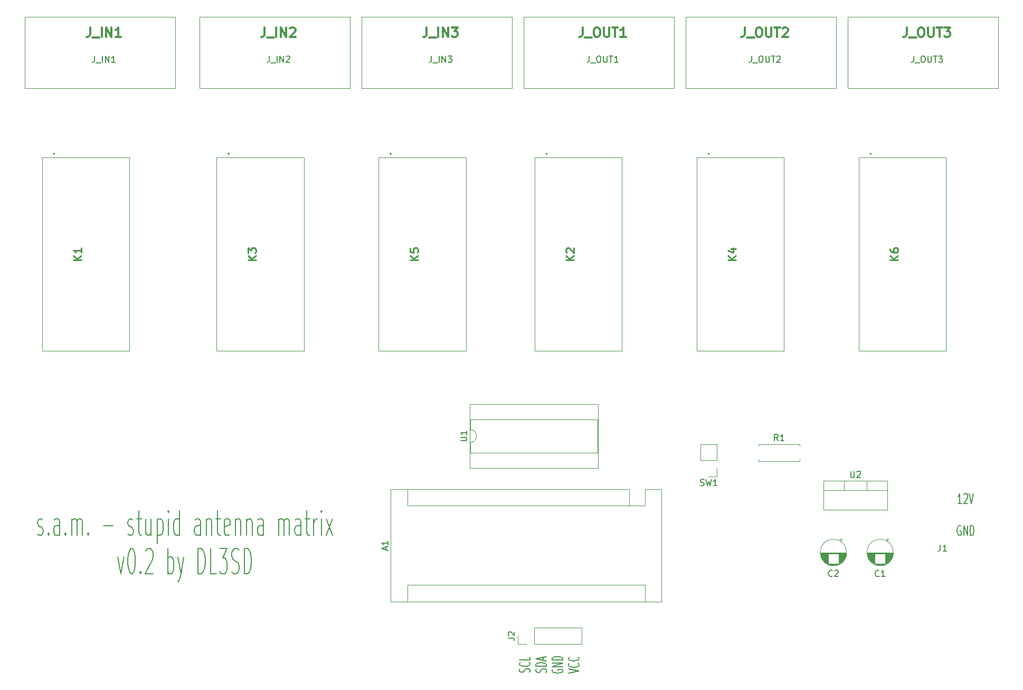
<source format=gbr>
G04 #@! TF.GenerationSoftware,KiCad,Pcbnew,5.1.9+dfsg1-1*
G04 #@! TF.CreationDate,2020-12-31T02:51:56+01:00*
G04 #@! TF.ProjectId,first_try,66697273-745f-4747-9279-2e6b69636164,rev?*
G04 #@! TF.SameCoordinates,Original*
G04 #@! TF.FileFunction,Legend,Top*
G04 #@! TF.FilePolarity,Positive*
%FSLAX46Y46*%
G04 Gerber Fmt 4.6, Leading zero omitted, Abs format (unit mm)*
G04 Created by KiCad (PCBNEW 5.1.9+dfsg1-1) date 2020-12-31 02:51:56*
%MOMM*%
%LPD*%
G01*
G04 APERTURE LIST*
%ADD10C,0.150000*%
%ADD11C,0.120000*%
%ADD12C,0.200000*%
%ADD13C,0.100000*%
%ADD14C,0.300000*%
%ADD15C,0.254000*%
G04 APERTURE END LIST*
D10*
X220580952Y-112673809D02*
X220009523Y-112673809D01*
X220295238Y-112673809D02*
X220295238Y-111073809D01*
X220200000Y-111302380D01*
X220104761Y-111454761D01*
X220009523Y-111530952D01*
X220961904Y-111226190D02*
X221009523Y-111150000D01*
X221104761Y-111073809D01*
X221342857Y-111073809D01*
X221438095Y-111150000D01*
X221485714Y-111226190D01*
X221533333Y-111378571D01*
X221533333Y-111530952D01*
X221485714Y-111759523D01*
X220914285Y-112673809D01*
X221533333Y-112673809D01*
X221819047Y-111073809D02*
X222152380Y-112673809D01*
X222485714Y-111073809D01*
X220438095Y-116250000D02*
X220342857Y-116173809D01*
X220200000Y-116173809D01*
X220057142Y-116250000D01*
X219961904Y-116402380D01*
X219914285Y-116554761D01*
X219866666Y-116859523D01*
X219866666Y-117088095D01*
X219914285Y-117392857D01*
X219961904Y-117545238D01*
X220057142Y-117697619D01*
X220200000Y-117773809D01*
X220295238Y-117773809D01*
X220438095Y-117697619D01*
X220485714Y-117621428D01*
X220485714Y-117088095D01*
X220295238Y-117088095D01*
X220914285Y-117773809D02*
X220914285Y-116173809D01*
X221485714Y-117773809D01*
X221485714Y-116173809D01*
X221961904Y-117773809D02*
X221961904Y-116173809D01*
X222200000Y-116173809D01*
X222342857Y-116250000D01*
X222438095Y-116402380D01*
X222485714Y-116554761D01*
X222533333Y-116859523D01*
X222533333Y-117088095D01*
X222485714Y-117392857D01*
X222438095Y-117545238D01*
X222342857Y-117697619D01*
X222200000Y-117773809D01*
X221961904Y-117773809D01*
X151230357Y-139690476D02*
X151308928Y-139547619D01*
X151308928Y-139309523D01*
X151230357Y-139214285D01*
X151151785Y-139166666D01*
X150994642Y-139119047D01*
X150837500Y-139119047D01*
X150680357Y-139166666D01*
X150601785Y-139214285D01*
X150523214Y-139309523D01*
X150444642Y-139500000D01*
X150366071Y-139595238D01*
X150287500Y-139642857D01*
X150130357Y-139690476D01*
X149973214Y-139690476D01*
X149816071Y-139642857D01*
X149737500Y-139595238D01*
X149658928Y-139500000D01*
X149658928Y-139261904D01*
X149737500Y-139119047D01*
X151151785Y-138119047D02*
X151230357Y-138166666D01*
X151308928Y-138309523D01*
X151308928Y-138404761D01*
X151230357Y-138547619D01*
X151073214Y-138642857D01*
X150916071Y-138690476D01*
X150601785Y-138738095D01*
X150366071Y-138738095D01*
X150051785Y-138690476D01*
X149894642Y-138642857D01*
X149737500Y-138547619D01*
X149658928Y-138404761D01*
X149658928Y-138309523D01*
X149737500Y-138166666D01*
X149816071Y-138119047D01*
X151308928Y-137214285D02*
X151308928Y-137690476D01*
X149658928Y-137690476D01*
X153855357Y-139714285D02*
X153933928Y-139571428D01*
X153933928Y-139333333D01*
X153855357Y-139238095D01*
X153776785Y-139190476D01*
X153619642Y-139142857D01*
X153462500Y-139142857D01*
X153305357Y-139190476D01*
X153226785Y-139238095D01*
X153148214Y-139333333D01*
X153069642Y-139523809D01*
X152991071Y-139619047D01*
X152912500Y-139666666D01*
X152755357Y-139714285D01*
X152598214Y-139714285D01*
X152441071Y-139666666D01*
X152362500Y-139619047D01*
X152283928Y-139523809D01*
X152283928Y-139285714D01*
X152362500Y-139142857D01*
X153933928Y-138714285D02*
X152283928Y-138714285D01*
X152283928Y-138476190D01*
X152362500Y-138333333D01*
X152519642Y-138238095D01*
X152676785Y-138190476D01*
X152991071Y-138142857D01*
X153226785Y-138142857D01*
X153541071Y-138190476D01*
X153698214Y-138238095D01*
X153855357Y-138333333D01*
X153933928Y-138476190D01*
X153933928Y-138714285D01*
X153462500Y-137761904D02*
X153462500Y-137285714D01*
X153933928Y-137857142D02*
X152283928Y-137523809D01*
X153933928Y-137190476D01*
X154987500Y-139261904D02*
X154908928Y-139357142D01*
X154908928Y-139500000D01*
X154987500Y-139642857D01*
X155144642Y-139738095D01*
X155301785Y-139785714D01*
X155616071Y-139833333D01*
X155851785Y-139833333D01*
X156166071Y-139785714D01*
X156323214Y-139738095D01*
X156480357Y-139642857D01*
X156558928Y-139500000D01*
X156558928Y-139404761D01*
X156480357Y-139261904D01*
X156401785Y-139214285D01*
X155851785Y-139214285D01*
X155851785Y-139404761D01*
X156558928Y-138785714D02*
X154908928Y-138785714D01*
X156558928Y-138214285D01*
X154908928Y-138214285D01*
X156558928Y-137738095D02*
X154908928Y-137738095D01*
X154908928Y-137500000D01*
X154987500Y-137357142D01*
X155144642Y-137261904D01*
X155301785Y-137214285D01*
X155616071Y-137166666D01*
X155851785Y-137166666D01*
X156166071Y-137214285D01*
X156323214Y-137261904D01*
X156480357Y-137357142D01*
X156558928Y-137500000D01*
X156558928Y-137738095D01*
X157533928Y-139833333D02*
X159183928Y-139500000D01*
X157533928Y-139166666D01*
X159026785Y-138261904D02*
X159105357Y-138309523D01*
X159183928Y-138452380D01*
X159183928Y-138547619D01*
X159105357Y-138690476D01*
X158948214Y-138785714D01*
X158791071Y-138833333D01*
X158476785Y-138880952D01*
X158241071Y-138880952D01*
X157926785Y-138833333D01*
X157769642Y-138785714D01*
X157612500Y-138690476D01*
X157533928Y-138547619D01*
X157533928Y-138452380D01*
X157612500Y-138309523D01*
X157691071Y-138261904D01*
X159026785Y-137261904D02*
X159105357Y-137309523D01*
X159183928Y-137452380D01*
X159183928Y-137547619D01*
X159105357Y-137690476D01*
X158948214Y-137785714D01*
X158791071Y-137833333D01*
X158476785Y-137880952D01*
X158241071Y-137880952D01*
X157926785Y-137833333D01*
X157769642Y-137785714D01*
X157612500Y-137690476D01*
X157533928Y-137547619D01*
X157533928Y-137452380D01*
X157612500Y-137309523D01*
X157691071Y-137261904D01*
X72380952Y-117544047D02*
X72571428Y-117734523D01*
X72952380Y-117734523D01*
X73142857Y-117544047D01*
X73238095Y-117163095D01*
X73238095Y-116972619D01*
X73142857Y-116591666D01*
X72952380Y-116401190D01*
X72666666Y-116401190D01*
X72476190Y-116210714D01*
X72380952Y-115829761D01*
X72380952Y-115639285D01*
X72476190Y-115258333D01*
X72666666Y-115067857D01*
X72952380Y-115067857D01*
X73142857Y-115258333D01*
X74095238Y-117353571D02*
X74190476Y-117544047D01*
X74095238Y-117734523D01*
X74000000Y-117544047D01*
X74095238Y-117353571D01*
X74095238Y-117734523D01*
X75904761Y-117734523D02*
X75904761Y-115639285D01*
X75809523Y-115258333D01*
X75619047Y-115067857D01*
X75238095Y-115067857D01*
X75047619Y-115258333D01*
X75904761Y-117544047D02*
X75714285Y-117734523D01*
X75238095Y-117734523D01*
X75047619Y-117544047D01*
X74952380Y-117163095D01*
X74952380Y-116782142D01*
X75047619Y-116401190D01*
X75238095Y-116210714D01*
X75714285Y-116210714D01*
X75904761Y-116020238D01*
X76857142Y-117353571D02*
X76952380Y-117544047D01*
X76857142Y-117734523D01*
X76761904Y-117544047D01*
X76857142Y-117353571D01*
X76857142Y-117734523D01*
X77809523Y-117734523D02*
X77809523Y-115067857D01*
X77809523Y-115448809D02*
X77904761Y-115258333D01*
X78095238Y-115067857D01*
X78380952Y-115067857D01*
X78571428Y-115258333D01*
X78666666Y-115639285D01*
X78666666Y-117734523D01*
X78666666Y-115639285D02*
X78761904Y-115258333D01*
X78952380Y-115067857D01*
X79238095Y-115067857D01*
X79428571Y-115258333D01*
X79523809Y-115639285D01*
X79523809Y-117734523D01*
X80476190Y-117353571D02*
X80571428Y-117544047D01*
X80476190Y-117734523D01*
X80380952Y-117544047D01*
X80476190Y-117353571D01*
X80476190Y-117734523D01*
X82952380Y-116210714D02*
X84476190Y-116210714D01*
X86857142Y-117544047D02*
X87047619Y-117734523D01*
X87428571Y-117734523D01*
X87619047Y-117544047D01*
X87714285Y-117163095D01*
X87714285Y-116972619D01*
X87619047Y-116591666D01*
X87428571Y-116401190D01*
X87142857Y-116401190D01*
X86952380Y-116210714D01*
X86857142Y-115829761D01*
X86857142Y-115639285D01*
X86952380Y-115258333D01*
X87142857Y-115067857D01*
X87428571Y-115067857D01*
X87619047Y-115258333D01*
X88285714Y-115067857D02*
X89047619Y-115067857D01*
X88571428Y-113734523D02*
X88571428Y-117163095D01*
X88666666Y-117544047D01*
X88857142Y-117734523D01*
X89047619Y-117734523D01*
X90571428Y-115067857D02*
X90571428Y-117734523D01*
X89714285Y-115067857D02*
X89714285Y-117163095D01*
X89809523Y-117544047D01*
X90000000Y-117734523D01*
X90285714Y-117734523D01*
X90476190Y-117544047D01*
X90571428Y-117353571D01*
X91523809Y-115067857D02*
X91523809Y-119067857D01*
X91523809Y-115258333D02*
X91714285Y-115067857D01*
X92095238Y-115067857D01*
X92285714Y-115258333D01*
X92380952Y-115448809D01*
X92476190Y-115829761D01*
X92476190Y-116972619D01*
X92380952Y-117353571D01*
X92285714Y-117544047D01*
X92095238Y-117734523D01*
X91714285Y-117734523D01*
X91523809Y-117544047D01*
X93333333Y-117734523D02*
X93333333Y-115067857D01*
X93333333Y-113734523D02*
X93238095Y-113925000D01*
X93333333Y-114115476D01*
X93428571Y-113925000D01*
X93333333Y-113734523D01*
X93333333Y-114115476D01*
X95142857Y-117734523D02*
X95142857Y-113734523D01*
X95142857Y-117544047D02*
X94952380Y-117734523D01*
X94571428Y-117734523D01*
X94380952Y-117544047D01*
X94285714Y-117353571D01*
X94190476Y-116972619D01*
X94190476Y-115829761D01*
X94285714Y-115448809D01*
X94380952Y-115258333D01*
X94571428Y-115067857D01*
X94952380Y-115067857D01*
X95142857Y-115258333D01*
X98476190Y-117734523D02*
X98476190Y-115639285D01*
X98380952Y-115258333D01*
X98190476Y-115067857D01*
X97809523Y-115067857D01*
X97619047Y-115258333D01*
X98476190Y-117544047D02*
X98285714Y-117734523D01*
X97809523Y-117734523D01*
X97619047Y-117544047D01*
X97523809Y-117163095D01*
X97523809Y-116782142D01*
X97619047Y-116401190D01*
X97809523Y-116210714D01*
X98285714Y-116210714D01*
X98476190Y-116020238D01*
X99428571Y-115067857D02*
X99428571Y-117734523D01*
X99428571Y-115448809D02*
X99523809Y-115258333D01*
X99714285Y-115067857D01*
X100000000Y-115067857D01*
X100190476Y-115258333D01*
X100285714Y-115639285D01*
X100285714Y-117734523D01*
X100952380Y-115067857D02*
X101714285Y-115067857D01*
X101238095Y-113734523D02*
X101238095Y-117163095D01*
X101333333Y-117544047D01*
X101523809Y-117734523D01*
X101714285Y-117734523D01*
X103142857Y-117544047D02*
X102952380Y-117734523D01*
X102571428Y-117734523D01*
X102380952Y-117544047D01*
X102285714Y-117163095D01*
X102285714Y-115639285D01*
X102380952Y-115258333D01*
X102571428Y-115067857D01*
X102952380Y-115067857D01*
X103142857Y-115258333D01*
X103238095Y-115639285D01*
X103238095Y-116020238D01*
X102285714Y-116401190D01*
X104095238Y-115067857D02*
X104095238Y-117734523D01*
X104095238Y-115448809D02*
X104190476Y-115258333D01*
X104380952Y-115067857D01*
X104666666Y-115067857D01*
X104857142Y-115258333D01*
X104952380Y-115639285D01*
X104952380Y-117734523D01*
X105904761Y-115067857D02*
X105904761Y-117734523D01*
X105904761Y-115448809D02*
X106000000Y-115258333D01*
X106190476Y-115067857D01*
X106476190Y-115067857D01*
X106666666Y-115258333D01*
X106761904Y-115639285D01*
X106761904Y-117734523D01*
X108571428Y-117734523D02*
X108571428Y-115639285D01*
X108476190Y-115258333D01*
X108285714Y-115067857D01*
X107904761Y-115067857D01*
X107714285Y-115258333D01*
X108571428Y-117544047D02*
X108380952Y-117734523D01*
X107904761Y-117734523D01*
X107714285Y-117544047D01*
X107619047Y-117163095D01*
X107619047Y-116782142D01*
X107714285Y-116401190D01*
X107904761Y-116210714D01*
X108380952Y-116210714D01*
X108571428Y-116020238D01*
X111047619Y-117734523D02*
X111047619Y-115067857D01*
X111047619Y-115448809D02*
X111142857Y-115258333D01*
X111333333Y-115067857D01*
X111619047Y-115067857D01*
X111809523Y-115258333D01*
X111904761Y-115639285D01*
X111904761Y-117734523D01*
X111904761Y-115639285D02*
X111999999Y-115258333D01*
X112190476Y-115067857D01*
X112476190Y-115067857D01*
X112666666Y-115258333D01*
X112761904Y-115639285D01*
X112761904Y-117734523D01*
X114571428Y-117734523D02*
X114571428Y-115639285D01*
X114476190Y-115258333D01*
X114285714Y-115067857D01*
X113904761Y-115067857D01*
X113714285Y-115258333D01*
X114571428Y-117544047D02*
X114380952Y-117734523D01*
X113904761Y-117734523D01*
X113714285Y-117544047D01*
X113619047Y-117163095D01*
X113619047Y-116782142D01*
X113714285Y-116401190D01*
X113904761Y-116210714D01*
X114380952Y-116210714D01*
X114571428Y-116020238D01*
X115238095Y-115067857D02*
X115999999Y-115067857D01*
X115523809Y-113734523D02*
X115523809Y-117163095D01*
X115619047Y-117544047D01*
X115809523Y-117734523D01*
X115999999Y-117734523D01*
X116666666Y-117734523D02*
X116666666Y-115067857D01*
X116666666Y-115829761D02*
X116761904Y-115448809D01*
X116857142Y-115258333D01*
X117047619Y-115067857D01*
X117238095Y-115067857D01*
X117904761Y-117734523D02*
X117904761Y-115067857D01*
X117904761Y-113734523D02*
X117809523Y-113925000D01*
X117904761Y-114115476D01*
X117999999Y-113925000D01*
X117904761Y-113734523D01*
X117904761Y-114115476D01*
X118666666Y-117734523D02*
X119714285Y-115067857D01*
X118666666Y-115067857D02*
X119714285Y-117734523D01*
X85238095Y-121217857D02*
X85714285Y-123884523D01*
X86190476Y-121217857D01*
X87333333Y-119884523D02*
X87523809Y-119884523D01*
X87714285Y-120075000D01*
X87809523Y-120265476D01*
X87904761Y-120646428D01*
X88000000Y-121408333D01*
X88000000Y-122360714D01*
X87904761Y-123122619D01*
X87809523Y-123503571D01*
X87714285Y-123694047D01*
X87523809Y-123884523D01*
X87333333Y-123884523D01*
X87142857Y-123694047D01*
X87047619Y-123503571D01*
X86952380Y-123122619D01*
X86857142Y-122360714D01*
X86857142Y-121408333D01*
X86952380Y-120646428D01*
X87047619Y-120265476D01*
X87142857Y-120075000D01*
X87333333Y-119884523D01*
X88857142Y-123503571D02*
X88952380Y-123694047D01*
X88857142Y-123884523D01*
X88761904Y-123694047D01*
X88857142Y-123503571D01*
X88857142Y-123884523D01*
X89714285Y-120265476D02*
X89809523Y-120075000D01*
X90000000Y-119884523D01*
X90476190Y-119884523D01*
X90666666Y-120075000D01*
X90761904Y-120265476D01*
X90857142Y-120646428D01*
X90857142Y-121027380D01*
X90761904Y-121598809D01*
X89619047Y-123884523D01*
X90857142Y-123884523D01*
X93238095Y-123884523D02*
X93238095Y-119884523D01*
X93238095Y-121408333D02*
X93428571Y-121217857D01*
X93809523Y-121217857D01*
X94000000Y-121408333D01*
X94095238Y-121598809D01*
X94190476Y-121979761D01*
X94190476Y-123122619D01*
X94095238Y-123503571D01*
X94000000Y-123694047D01*
X93809523Y-123884523D01*
X93428571Y-123884523D01*
X93238095Y-123694047D01*
X94857142Y-121217857D02*
X95333333Y-123884523D01*
X95809523Y-121217857D02*
X95333333Y-123884523D01*
X95142857Y-124836904D01*
X95047619Y-125027380D01*
X94857142Y-125217857D01*
X98095238Y-123884523D02*
X98095238Y-119884523D01*
X98571428Y-119884523D01*
X98857142Y-120075000D01*
X99047619Y-120455952D01*
X99142857Y-120836904D01*
X99238095Y-121598809D01*
X99238095Y-122170238D01*
X99142857Y-122932142D01*
X99047619Y-123313095D01*
X98857142Y-123694047D01*
X98571428Y-123884523D01*
X98095238Y-123884523D01*
X101047619Y-123884523D02*
X100095238Y-123884523D01*
X100095238Y-119884523D01*
X101523809Y-119884523D02*
X102761904Y-119884523D01*
X102095238Y-121408333D01*
X102380952Y-121408333D01*
X102571428Y-121598809D01*
X102666666Y-121789285D01*
X102761904Y-122170238D01*
X102761904Y-123122619D01*
X102666666Y-123503571D01*
X102571428Y-123694047D01*
X102380952Y-123884523D01*
X101809523Y-123884523D01*
X101619047Y-123694047D01*
X101523809Y-123503571D01*
X103523809Y-123694047D02*
X103809523Y-123884523D01*
X104285714Y-123884523D01*
X104476190Y-123694047D01*
X104571428Y-123503571D01*
X104666666Y-123122619D01*
X104666666Y-122741666D01*
X104571428Y-122360714D01*
X104476190Y-122170238D01*
X104285714Y-121979761D01*
X103904761Y-121789285D01*
X103714285Y-121598809D01*
X103619047Y-121408333D01*
X103523809Y-121027380D01*
X103523809Y-120646428D01*
X103619047Y-120265476D01*
X103714285Y-120075000D01*
X103904761Y-119884523D01*
X104380952Y-119884523D01*
X104666666Y-120075000D01*
X105523809Y-123884523D02*
X105523809Y-119884523D01*
X106000000Y-119884523D01*
X106285714Y-120075000D01*
X106476190Y-120455952D01*
X106571428Y-120836904D01*
X106666666Y-121598809D01*
X106666666Y-122170238D01*
X106571428Y-122932142D01*
X106476190Y-123313095D01*
X106285714Y-123694047D01*
X106000000Y-123884523D01*
X105523809Y-123884523D01*
D11*
G04 #@! TO.C,J_IN3*
X148430000Y-46080000D02*
X148430000Y-34650000D01*
X148430000Y-34650000D02*
X124300000Y-34650000D01*
X124300000Y-34650000D02*
X124300000Y-46080000D01*
X124300000Y-46080000D02*
X148430000Y-46080000D01*
G04 #@! TO.C,J_OUT1*
X174430000Y-46080000D02*
X174430000Y-34650000D01*
X174430000Y-34650000D02*
X150300000Y-34650000D01*
X150300000Y-34650000D02*
X150300000Y-46080000D01*
X150300000Y-46080000D02*
X174430000Y-46080000D01*
G04 #@! TO.C,J_IN2*
X122430000Y-46080000D02*
X122430000Y-34650000D01*
X122430000Y-34650000D02*
X98300000Y-34650000D01*
X98300000Y-34650000D02*
X98300000Y-46080000D01*
X98300000Y-46080000D02*
X122430000Y-46080000D01*
G04 #@! TO.C,U1*
X141766000Y-100852000D02*
G75*
G02*
X141766000Y-102852000I0J-1000000D01*
G01*
X141766000Y-102852000D02*
X141766000Y-104502000D01*
X141766000Y-104502000D02*
X162206000Y-104502000D01*
X162206000Y-104502000D02*
X162206000Y-99202000D01*
X162206000Y-99202000D02*
X141766000Y-99202000D01*
X141766000Y-99202000D02*
X141766000Y-100852000D01*
X141706000Y-106992000D02*
X162266000Y-106992000D01*
X162266000Y-106992000D02*
X162266000Y-96712000D01*
X162266000Y-96712000D02*
X141706000Y-96712000D01*
X141706000Y-96712000D02*
X141706000Y-106992000D01*
G04 #@! TO.C,J_OUT3*
X226430000Y-46080000D02*
X226430000Y-34650000D01*
X226430000Y-34650000D02*
X202300000Y-34650000D01*
X202300000Y-34650000D02*
X202300000Y-46080000D01*
X202300000Y-46080000D02*
X226430000Y-46080000D01*
G04 #@! TO.C,J_IN1*
X94430000Y-46080000D02*
X94430000Y-34650000D01*
X94430000Y-34650000D02*
X70300000Y-34650000D01*
X70300000Y-34650000D02*
X70300000Y-46080000D01*
X70300000Y-46080000D02*
X94430000Y-46080000D01*
G04 #@! TO.C,A1*
X167226000Y-113028000D02*
X169766000Y-113028000D01*
X169766000Y-113028000D02*
X169766000Y-110358000D01*
X167226000Y-110358000D02*
X128996000Y-110358000D01*
X172436000Y-110358000D02*
X169766000Y-110358000D01*
X169766000Y-125728000D02*
X169766000Y-128398000D01*
X169766000Y-125728000D02*
X131666000Y-125728000D01*
X131666000Y-125728000D02*
X131666000Y-128398000D01*
X167226000Y-113028000D02*
X167226000Y-110358000D01*
X167226000Y-113028000D02*
X131666000Y-113028000D01*
X131666000Y-113028000D02*
X131666000Y-110358000D01*
X128996000Y-110358000D02*
X128996000Y-128398000D01*
X128996000Y-128398000D02*
X172436000Y-128398000D01*
X172436000Y-128398000D02*
X172436000Y-110358000D01*
G04 #@! TO.C,J2*
X159666000Y-135218000D02*
X159666000Y-132558000D01*
X151986000Y-135218000D02*
X159666000Y-135218000D01*
X151986000Y-132558000D02*
X159666000Y-132558000D01*
X151986000Y-135218000D02*
X151986000Y-132558000D01*
X150716000Y-135218000D02*
X149386000Y-135218000D01*
X149386000Y-135218000D02*
X149386000Y-133888000D01*
G04 #@! TO.C,J_OUT2*
X200430000Y-46080000D02*
X200430000Y-34650000D01*
X200430000Y-34650000D02*
X176300000Y-34650000D01*
X176300000Y-34650000D02*
X176300000Y-46080000D01*
X176300000Y-46080000D02*
X200430000Y-46080000D01*
G04 #@! TO.C,C1*
X209620000Y-120500000D02*
G75*
G03*
X209620000Y-120500000I-2120000J0D01*
G01*
X209580000Y-120500000D02*
X205420000Y-120500000D01*
X209580000Y-120540000D02*
X205420000Y-120540000D01*
X209579000Y-120580000D02*
X205421000Y-120580000D01*
X209577000Y-120620000D02*
X205423000Y-120620000D01*
X209574000Y-120660000D02*
X205426000Y-120660000D01*
X209571000Y-120700000D02*
X208340000Y-120700000D01*
X206660000Y-120700000D02*
X205429000Y-120700000D01*
X209567000Y-120740000D02*
X208340000Y-120740000D01*
X206660000Y-120740000D02*
X205433000Y-120740000D01*
X209562000Y-120780000D02*
X208340000Y-120780000D01*
X206660000Y-120780000D02*
X205438000Y-120780000D01*
X209556000Y-120820000D02*
X208340000Y-120820000D01*
X206660000Y-120820000D02*
X205444000Y-120820000D01*
X209550000Y-120860000D02*
X208340000Y-120860000D01*
X206660000Y-120860000D02*
X205450000Y-120860000D01*
X209542000Y-120900000D02*
X208340000Y-120900000D01*
X206660000Y-120900000D02*
X205458000Y-120900000D01*
X209534000Y-120940000D02*
X208340000Y-120940000D01*
X206660000Y-120940000D02*
X205466000Y-120940000D01*
X209525000Y-120980000D02*
X208340000Y-120980000D01*
X206660000Y-120980000D02*
X205475000Y-120980000D01*
X209516000Y-121020000D02*
X208340000Y-121020000D01*
X206660000Y-121020000D02*
X205484000Y-121020000D01*
X209505000Y-121060000D02*
X208340000Y-121060000D01*
X206660000Y-121060000D02*
X205495000Y-121060000D01*
X209494000Y-121100000D02*
X208340000Y-121100000D01*
X206660000Y-121100000D02*
X205506000Y-121100000D01*
X209482000Y-121140000D02*
X208340000Y-121140000D01*
X206660000Y-121140000D02*
X205518000Y-121140000D01*
X209468000Y-121180000D02*
X208340000Y-121180000D01*
X206660000Y-121180000D02*
X205532000Y-121180000D01*
X209454000Y-121221000D02*
X208340000Y-121221000D01*
X206660000Y-121221000D02*
X205546000Y-121221000D01*
X209440000Y-121261000D02*
X208340000Y-121261000D01*
X206660000Y-121261000D02*
X205560000Y-121261000D01*
X209424000Y-121301000D02*
X208340000Y-121301000D01*
X206660000Y-121301000D02*
X205576000Y-121301000D01*
X209407000Y-121341000D02*
X208340000Y-121341000D01*
X206660000Y-121341000D02*
X205593000Y-121341000D01*
X209389000Y-121381000D02*
X208340000Y-121381000D01*
X206660000Y-121381000D02*
X205611000Y-121381000D01*
X209370000Y-121421000D02*
X208340000Y-121421000D01*
X206660000Y-121421000D02*
X205630000Y-121421000D01*
X209351000Y-121461000D02*
X208340000Y-121461000D01*
X206660000Y-121461000D02*
X205649000Y-121461000D01*
X209330000Y-121501000D02*
X208340000Y-121501000D01*
X206660000Y-121501000D02*
X205670000Y-121501000D01*
X209308000Y-121541000D02*
X208340000Y-121541000D01*
X206660000Y-121541000D02*
X205692000Y-121541000D01*
X209285000Y-121581000D02*
X208340000Y-121581000D01*
X206660000Y-121581000D02*
X205715000Y-121581000D01*
X209260000Y-121621000D02*
X208340000Y-121621000D01*
X206660000Y-121621000D02*
X205740000Y-121621000D01*
X209235000Y-121661000D02*
X208340000Y-121661000D01*
X206660000Y-121661000D02*
X205765000Y-121661000D01*
X209208000Y-121701000D02*
X208340000Y-121701000D01*
X206660000Y-121701000D02*
X205792000Y-121701000D01*
X209180000Y-121741000D02*
X208340000Y-121741000D01*
X206660000Y-121741000D02*
X205820000Y-121741000D01*
X209150000Y-121781000D02*
X208340000Y-121781000D01*
X206660000Y-121781000D02*
X205850000Y-121781000D01*
X209119000Y-121821000D02*
X208340000Y-121821000D01*
X206660000Y-121821000D02*
X205881000Y-121821000D01*
X209087000Y-121861000D02*
X208340000Y-121861000D01*
X206660000Y-121861000D02*
X205913000Y-121861000D01*
X209052000Y-121901000D02*
X208340000Y-121901000D01*
X206660000Y-121901000D02*
X205948000Y-121901000D01*
X209016000Y-121941000D02*
X208340000Y-121941000D01*
X206660000Y-121941000D02*
X205984000Y-121941000D01*
X208978000Y-121981000D02*
X208340000Y-121981000D01*
X206660000Y-121981000D02*
X206022000Y-121981000D01*
X208938000Y-122021000D02*
X208340000Y-122021000D01*
X206660000Y-122021000D02*
X206062000Y-122021000D01*
X208896000Y-122061000D02*
X208340000Y-122061000D01*
X206660000Y-122061000D02*
X206104000Y-122061000D01*
X208851000Y-122101000D02*
X208340000Y-122101000D01*
X206660000Y-122101000D02*
X206149000Y-122101000D01*
X208804000Y-122141000D02*
X208340000Y-122141000D01*
X206660000Y-122141000D02*
X206196000Y-122141000D01*
X208754000Y-122181000D02*
X208340000Y-122181000D01*
X206660000Y-122181000D02*
X206246000Y-122181000D01*
X208700000Y-122221000D02*
X208340000Y-122221000D01*
X206660000Y-122221000D02*
X206300000Y-122221000D01*
X208642000Y-122261000D02*
X208340000Y-122261000D01*
X206660000Y-122261000D02*
X206358000Y-122261000D01*
X208580000Y-122301000D02*
X208340000Y-122301000D01*
X206660000Y-122301000D02*
X206420000Y-122301000D01*
X208513000Y-122341000D02*
X206487000Y-122341000D01*
X208440000Y-122381000D02*
X206560000Y-122381000D01*
X208359000Y-122421000D02*
X206641000Y-122421000D01*
X208268000Y-122461000D02*
X206732000Y-122461000D01*
X208164000Y-122501000D02*
X206836000Y-122501000D01*
X208037000Y-122541000D02*
X206963000Y-122541000D01*
X207870000Y-122581000D02*
X207130000Y-122581000D01*
X208695000Y-118230199D02*
X208695000Y-118630199D01*
X208895000Y-118430199D02*
X208495000Y-118430199D01*
G04 #@! TO.C,C2*
X202120000Y-120500000D02*
G75*
G03*
X202120000Y-120500000I-2120000J0D01*
G01*
X202080000Y-120500000D02*
X197920000Y-120500000D01*
X202080000Y-120540000D02*
X197920000Y-120540000D01*
X202079000Y-120580000D02*
X197921000Y-120580000D01*
X202077000Y-120620000D02*
X197923000Y-120620000D01*
X202074000Y-120660000D02*
X197926000Y-120660000D01*
X202071000Y-120700000D02*
X200840000Y-120700000D01*
X199160000Y-120700000D02*
X197929000Y-120700000D01*
X202067000Y-120740000D02*
X200840000Y-120740000D01*
X199160000Y-120740000D02*
X197933000Y-120740000D01*
X202062000Y-120780000D02*
X200840000Y-120780000D01*
X199160000Y-120780000D02*
X197938000Y-120780000D01*
X202056000Y-120820000D02*
X200840000Y-120820000D01*
X199160000Y-120820000D02*
X197944000Y-120820000D01*
X202050000Y-120860000D02*
X200840000Y-120860000D01*
X199160000Y-120860000D02*
X197950000Y-120860000D01*
X202042000Y-120900000D02*
X200840000Y-120900000D01*
X199160000Y-120900000D02*
X197958000Y-120900000D01*
X202034000Y-120940000D02*
X200840000Y-120940000D01*
X199160000Y-120940000D02*
X197966000Y-120940000D01*
X202025000Y-120980000D02*
X200840000Y-120980000D01*
X199160000Y-120980000D02*
X197975000Y-120980000D01*
X202016000Y-121020000D02*
X200840000Y-121020000D01*
X199160000Y-121020000D02*
X197984000Y-121020000D01*
X202005000Y-121060000D02*
X200840000Y-121060000D01*
X199160000Y-121060000D02*
X197995000Y-121060000D01*
X201994000Y-121100000D02*
X200840000Y-121100000D01*
X199160000Y-121100000D02*
X198006000Y-121100000D01*
X201982000Y-121140000D02*
X200840000Y-121140000D01*
X199160000Y-121140000D02*
X198018000Y-121140000D01*
X201968000Y-121180000D02*
X200840000Y-121180000D01*
X199160000Y-121180000D02*
X198032000Y-121180000D01*
X201954000Y-121221000D02*
X200840000Y-121221000D01*
X199160000Y-121221000D02*
X198046000Y-121221000D01*
X201940000Y-121261000D02*
X200840000Y-121261000D01*
X199160000Y-121261000D02*
X198060000Y-121261000D01*
X201924000Y-121301000D02*
X200840000Y-121301000D01*
X199160000Y-121301000D02*
X198076000Y-121301000D01*
X201907000Y-121341000D02*
X200840000Y-121341000D01*
X199160000Y-121341000D02*
X198093000Y-121341000D01*
X201889000Y-121381000D02*
X200840000Y-121381000D01*
X199160000Y-121381000D02*
X198111000Y-121381000D01*
X201870000Y-121421000D02*
X200840000Y-121421000D01*
X199160000Y-121421000D02*
X198130000Y-121421000D01*
X201851000Y-121461000D02*
X200840000Y-121461000D01*
X199160000Y-121461000D02*
X198149000Y-121461000D01*
X201830000Y-121501000D02*
X200840000Y-121501000D01*
X199160000Y-121501000D02*
X198170000Y-121501000D01*
X201808000Y-121541000D02*
X200840000Y-121541000D01*
X199160000Y-121541000D02*
X198192000Y-121541000D01*
X201785000Y-121581000D02*
X200840000Y-121581000D01*
X199160000Y-121581000D02*
X198215000Y-121581000D01*
X201760000Y-121621000D02*
X200840000Y-121621000D01*
X199160000Y-121621000D02*
X198240000Y-121621000D01*
X201735000Y-121661000D02*
X200840000Y-121661000D01*
X199160000Y-121661000D02*
X198265000Y-121661000D01*
X201708000Y-121701000D02*
X200840000Y-121701000D01*
X199160000Y-121701000D02*
X198292000Y-121701000D01*
X201680000Y-121741000D02*
X200840000Y-121741000D01*
X199160000Y-121741000D02*
X198320000Y-121741000D01*
X201650000Y-121781000D02*
X200840000Y-121781000D01*
X199160000Y-121781000D02*
X198350000Y-121781000D01*
X201619000Y-121821000D02*
X200840000Y-121821000D01*
X199160000Y-121821000D02*
X198381000Y-121821000D01*
X201587000Y-121861000D02*
X200840000Y-121861000D01*
X199160000Y-121861000D02*
X198413000Y-121861000D01*
X201552000Y-121901000D02*
X200840000Y-121901000D01*
X199160000Y-121901000D02*
X198448000Y-121901000D01*
X201516000Y-121941000D02*
X200840000Y-121941000D01*
X199160000Y-121941000D02*
X198484000Y-121941000D01*
X201478000Y-121981000D02*
X200840000Y-121981000D01*
X199160000Y-121981000D02*
X198522000Y-121981000D01*
X201438000Y-122021000D02*
X200840000Y-122021000D01*
X199160000Y-122021000D02*
X198562000Y-122021000D01*
X201396000Y-122061000D02*
X200840000Y-122061000D01*
X199160000Y-122061000D02*
X198604000Y-122061000D01*
X201351000Y-122101000D02*
X200840000Y-122101000D01*
X199160000Y-122101000D02*
X198649000Y-122101000D01*
X201304000Y-122141000D02*
X200840000Y-122141000D01*
X199160000Y-122141000D02*
X198696000Y-122141000D01*
X201254000Y-122181000D02*
X200840000Y-122181000D01*
X199160000Y-122181000D02*
X198746000Y-122181000D01*
X201200000Y-122221000D02*
X200840000Y-122221000D01*
X199160000Y-122221000D02*
X198800000Y-122221000D01*
X201142000Y-122261000D02*
X200840000Y-122261000D01*
X199160000Y-122261000D02*
X198858000Y-122261000D01*
X201080000Y-122301000D02*
X200840000Y-122301000D01*
X199160000Y-122301000D02*
X198920000Y-122301000D01*
X201013000Y-122341000D02*
X198987000Y-122341000D01*
X200940000Y-122381000D02*
X199060000Y-122381000D01*
X200859000Y-122421000D02*
X199141000Y-122421000D01*
X200768000Y-122461000D02*
X199232000Y-122461000D01*
X200664000Y-122501000D02*
X199336000Y-122501000D01*
X200537000Y-122541000D02*
X199463000Y-122541000D01*
X200370000Y-122581000D02*
X199630000Y-122581000D01*
X201195000Y-118230199D02*
X201195000Y-118630199D01*
X201395000Y-118430199D02*
X200995000Y-118430199D01*
G04 #@! TO.C,U2*
X198420000Y-109030000D02*
X208660000Y-109030000D01*
X198420000Y-113671000D02*
X208660000Y-113671000D01*
X198420000Y-109030000D02*
X198420000Y-113671000D01*
X208660000Y-109030000D02*
X208660000Y-113671000D01*
X198420000Y-110540000D02*
X208660000Y-110540000D01*
X201690000Y-109030000D02*
X201690000Y-110540000D01*
X205391000Y-109030000D02*
X205391000Y-110540000D01*
G04 #@! TO.C,R1*
X188040000Y-103460000D02*
X188040000Y-103130000D01*
X188040000Y-103130000D02*
X194580000Y-103130000D01*
X194580000Y-103130000D02*
X194580000Y-103460000D01*
X188040000Y-105540000D02*
X188040000Y-105870000D01*
X188040000Y-105870000D02*
X194580000Y-105870000D01*
X194580000Y-105870000D02*
X194580000Y-105540000D01*
G04 #@! TO.C,SW1*
X181330000Y-103130000D02*
X178670000Y-103130000D01*
X181330000Y-105730000D02*
X181330000Y-103130000D01*
X178670000Y-105730000D02*
X178670000Y-103130000D01*
X181330000Y-105730000D02*
X178670000Y-105730000D01*
X181330000Y-107000000D02*
X181330000Y-108330000D01*
X181330000Y-108330000D02*
X180000000Y-108330000D01*
D12*
G04 #@! TO.C,K1*
X75000000Y-56700000D02*
G75*
G02*
X75000000Y-56500000I0J100000D01*
G01*
X75000000Y-56500000D02*
G75*
G02*
X75000000Y-56700000I0J-100000D01*
G01*
D13*
X73080000Y-57200000D02*
X73080000Y-88200000D01*
X73080000Y-88200000D02*
X87080000Y-88200000D01*
X87080000Y-88200000D02*
X87080000Y-57200000D01*
X87080000Y-57200000D02*
X73080000Y-57200000D01*
D12*
X75000000Y-56700000D02*
X75000000Y-56700000D01*
X75000000Y-56500000D02*
X75000000Y-56500000D01*
G04 #@! TO.C,K2*
X154000000Y-56700000D02*
G75*
G02*
X154000000Y-56500000I0J100000D01*
G01*
X154000000Y-56500000D02*
G75*
G02*
X154000000Y-56700000I0J-100000D01*
G01*
D13*
X152080000Y-57200000D02*
X152080000Y-88200000D01*
X152080000Y-88200000D02*
X166080000Y-88200000D01*
X166080000Y-88200000D02*
X166080000Y-57200000D01*
X166080000Y-57200000D02*
X152080000Y-57200000D01*
D12*
X154000000Y-56700000D02*
X154000000Y-56700000D01*
X154000000Y-56500000D02*
X154000000Y-56500000D01*
G04 #@! TO.C,K3*
X103000000Y-56700000D02*
G75*
G02*
X103000000Y-56500000I0J100000D01*
G01*
X103000000Y-56500000D02*
G75*
G02*
X103000000Y-56700000I0J-100000D01*
G01*
D13*
X101080000Y-57200000D02*
X101080000Y-88200000D01*
X101080000Y-88200000D02*
X115080000Y-88200000D01*
X115080000Y-88200000D02*
X115080000Y-57200000D01*
X115080000Y-57200000D02*
X101080000Y-57200000D01*
D12*
X103000000Y-56700000D02*
X103000000Y-56700000D01*
X103000000Y-56500000D02*
X103000000Y-56500000D01*
G04 #@! TO.C,K4*
X180000000Y-56700000D02*
G75*
G02*
X180000000Y-56500000I0J100000D01*
G01*
X180000000Y-56500000D02*
G75*
G02*
X180000000Y-56700000I0J-100000D01*
G01*
D13*
X178080000Y-57200000D02*
X178080000Y-88200000D01*
X178080000Y-88200000D02*
X192080000Y-88200000D01*
X192080000Y-88200000D02*
X192080000Y-57200000D01*
X192080000Y-57200000D02*
X178080000Y-57200000D01*
D12*
X180000000Y-56700000D02*
X180000000Y-56700000D01*
X180000000Y-56500000D02*
X180000000Y-56500000D01*
G04 #@! TO.C,K5*
X129000000Y-56700000D02*
G75*
G02*
X129000000Y-56500000I0J100000D01*
G01*
X129000000Y-56500000D02*
G75*
G02*
X129000000Y-56700000I0J-100000D01*
G01*
D13*
X127080000Y-57200000D02*
X127080000Y-88200000D01*
X127080000Y-88200000D02*
X141080000Y-88200000D01*
X141080000Y-88200000D02*
X141080000Y-57200000D01*
X141080000Y-57200000D02*
X127080000Y-57200000D01*
D12*
X129000000Y-56700000D02*
X129000000Y-56700000D01*
X129000000Y-56500000D02*
X129000000Y-56500000D01*
G04 #@! TO.C,K6*
X206000000Y-56700000D02*
G75*
G02*
X206000000Y-56500000I0J100000D01*
G01*
X206000000Y-56500000D02*
G75*
G02*
X206000000Y-56700000I0J-100000D01*
G01*
D13*
X204080000Y-57200000D02*
X204080000Y-88200000D01*
X204080000Y-88200000D02*
X218080000Y-88200000D01*
X218080000Y-88200000D02*
X218080000Y-57200000D01*
X218080000Y-57200000D02*
X204080000Y-57200000D01*
D12*
X206000000Y-56700000D02*
X206000000Y-56700000D01*
X206000000Y-56500000D02*
X206000000Y-56500000D01*
G04 #@! TO.C,J_IN3*
D10*
X135523809Y-40952380D02*
X135523809Y-41666666D01*
X135476190Y-41809523D01*
X135380952Y-41904761D01*
X135238095Y-41952380D01*
X135142857Y-41952380D01*
X135761904Y-42047619D02*
X136523809Y-42047619D01*
X136761904Y-41952380D02*
X136761904Y-40952380D01*
X137238095Y-41952380D02*
X137238095Y-40952380D01*
X137809523Y-41952380D01*
X137809523Y-40952380D01*
X138190476Y-40952380D02*
X138809523Y-40952380D01*
X138476190Y-41333333D01*
X138619047Y-41333333D01*
X138714285Y-41380952D01*
X138761904Y-41428571D01*
X138809523Y-41523809D01*
X138809523Y-41761904D01*
X138761904Y-41857142D01*
X138714285Y-41904761D01*
X138619047Y-41952380D01*
X138333333Y-41952380D01*
X138238095Y-41904761D01*
X138190476Y-41857142D01*
D14*
X134785714Y-36368571D02*
X134785714Y-37440000D01*
X134714285Y-37654285D01*
X134571428Y-37797142D01*
X134357142Y-37868571D01*
X134214285Y-37868571D01*
X135142857Y-38011428D02*
X136285714Y-38011428D01*
X136642857Y-37868571D02*
X136642857Y-36368571D01*
X137357142Y-37868571D02*
X137357142Y-36368571D01*
X138214285Y-37868571D01*
X138214285Y-36368571D01*
X138785714Y-36368571D02*
X139714285Y-36368571D01*
X139214285Y-36940000D01*
X139428571Y-36940000D01*
X139571428Y-37011428D01*
X139642857Y-37082857D01*
X139714285Y-37225714D01*
X139714285Y-37582857D01*
X139642857Y-37725714D01*
X139571428Y-37797142D01*
X139428571Y-37868571D01*
X139000000Y-37868571D01*
X138857142Y-37797142D01*
X138785714Y-37725714D01*
G04 #@! TO.C,J_OUT1*
D10*
X160857142Y-40952380D02*
X160857142Y-41666666D01*
X160809523Y-41809523D01*
X160714285Y-41904761D01*
X160571428Y-41952380D01*
X160476190Y-41952380D01*
X161095238Y-42047619D02*
X161857142Y-42047619D01*
X162285714Y-40952380D02*
X162476190Y-40952380D01*
X162571428Y-41000000D01*
X162666666Y-41095238D01*
X162714285Y-41285714D01*
X162714285Y-41619047D01*
X162666666Y-41809523D01*
X162571428Y-41904761D01*
X162476190Y-41952380D01*
X162285714Y-41952380D01*
X162190476Y-41904761D01*
X162095238Y-41809523D01*
X162047619Y-41619047D01*
X162047619Y-41285714D01*
X162095238Y-41095238D01*
X162190476Y-41000000D01*
X162285714Y-40952380D01*
X163142857Y-40952380D02*
X163142857Y-41761904D01*
X163190476Y-41857142D01*
X163238095Y-41904761D01*
X163333333Y-41952380D01*
X163523809Y-41952380D01*
X163619047Y-41904761D01*
X163666666Y-41857142D01*
X163714285Y-41761904D01*
X163714285Y-40952380D01*
X164047619Y-40952380D02*
X164619047Y-40952380D01*
X164333333Y-41952380D02*
X164333333Y-40952380D01*
X165476190Y-41952380D02*
X164904761Y-41952380D01*
X165190476Y-41952380D02*
X165190476Y-40952380D01*
X165095238Y-41095238D01*
X165000000Y-41190476D01*
X164904761Y-41238095D01*
D14*
X159785714Y-36368571D02*
X159785714Y-37440000D01*
X159714285Y-37654285D01*
X159571428Y-37797142D01*
X159357142Y-37868571D01*
X159214285Y-37868571D01*
X160142857Y-38011428D02*
X161285714Y-38011428D01*
X161928571Y-36368571D02*
X162214285Y-36368571D01*
X162357142Y-36440000D01*
X162500000Y-36582857D01*
X162571428Y-36868571D01*
X162571428Y-37368571D01*
X162500000Y-37654285D01*
X162357142Y-37797142D01*
X162214285Y-37868571D01*
X161928571Y-37868571D01*
X161785714Y-37797142D01*
X161642857Y-37654285D01*
X161571428Y-37368571D01*
X161571428Y-36868571D01*
X161642857Y-36582857D01*
X161785714Y-36440000D01*
X161928571Y-36368571D01*
X163214285Y-36368571D02*
X163214285Y-37582857D01*
X163285714Y-37725714D01*
X163357142Y-37797142D01*
X163500000Y-37868571D01*
X163785714Y-37868571D01*
X163928571Y-37797142D01*
X164000000Y-37725714D01*
X164071428Y-37582857D01*
X164071428Y-36368571D01*
X164571428Y-36368571D02*
X165428571Y-36368571D01*
X165000000Y-37868571D02*
X165000000Y-36368571D01*
X166714285Y-37868571D02*
X165857142Y-37868571D01*
X166285714Y-37868571D02*
X166285714Y-36368571D01*
X166142857Y-36582857D01*
X166000000Y-36725714D01*
X165857142Y-36797142D01*
G04 #@! TO.C,J_IN2*
D10*
X109523809Y-40952380D02*
X109523809Y-41666666D01*
X109476190Y-41809523D01*
X109380952Y-41904761D01*
X109238095Y-41952380D01*
X109142857Y-41952380D01*
X109761904Y-42047619D02*
X110523809Y-42047619D01*
X110761904Y-41952380D02*
X110761904Y-40952380D01*
X111238095Y-41952380D02*
X111238095Y-40952380D01*
X111809523Y-41952380D01*
X111809523Y-40952380D01*
X112238095Y-41047619D02*
X112285714Y-41000000D01*
X112380952Y-40952380D01*
X112619047Y-40952380D01*
X112714285Y-41000000D01*
X112761904Y-41047619D01*
X112809523Y-41142857D01*
X112809523Y-41238095D01*
X112761904Y-41380952D01*
X112190476Y-41952380D01*
X112809523Y-41952380D01*
D14*
X108785714Y-36368571D02*
X108785714Y-37440000D01*
X108714285Y-37654285D01*
X108571428Y-37797142D01*
X108357142Y-37868571D01*
X108214285Y-37868571D01*
X109142857Y-38011428D02*
X110285714Y-38011428D01*
X110642857Y-37868571D02*
X110642857Y-36368571D01*
X111357142Y-37868571D02*
X111357142Y-36368571D01*
X112214285Y-37868571D01*
X112214285Y-36368571D01*
X112857142Y-36511428D02*
X112928571Y-36440000D01*
X113071428Y-36368571D01*
X113428571Y-36368571D01*
X113571428Y-36440000D01*
X113642857Y-36511428D01*
X113714285Y-36654285D01*
X113714285Y-36797142D01*
X113642857Y-37011428D01*
X112785714Y-37868571D01*
X113714285Y-37868571D01*
G04 #@! TO.C,U1*
D10*
X140218380Y-102613904D02*
X141027904Y-102613904D01*
X141123142Y-102566285D01*
X141170761Y-102518666D01*
X141218380Y-102423428D01*
X141218380Y-102232952D01*
X141170761Y-102137714D01*
X141123142Y-102090095D01*
X141027904Y-102042476D01*
X140218380Y-102042476D01*
X141218380Y-101042476D02*
X141218380Y-101613904D01*
X141218380Y-101328190D02*
X140218380Y-101328190D01*
X140361238Y-101423428D01*
X140456476Y-101518666D01*
X140504095Y-101613904D01*
G04 #@! TO.C,J_OUT3*
X212857142Y-40952380D02*
X212857142Y-41666666D01*
X212809523Y-41809523D01*
X212714285Y-41904761D01*
X212571428Y-41952380D01*
X212476190Y-41952380D01*
X213095238Y-42047619D02*
X213857142Y-42047619D01*
X214285714Y-40952380D02*
X214476190Y-40952380D01*
X214571428Y-41000000D01*
X214666666Y-41095238D01*
X214714285Y-41285714D01*
X214714285Y-41619047D01*
X214666666Y-41809523D01*
X214571428Y-41904761D01*
X214476190Y-41952380D01*
X214285714Y-41952380D01*
X214190476Y-41904761D01*
X214095238Y-41809523D01*
X214047619Y-41619047D01*
X214047619Y-41285714D01*
X214095238Y-41095238D01*
X214190476Y-41000000D01*
X214285714Y-40952380D01*
X215142857Y-40952380D02*
X215142857Y-41761904D01*
X215190476Y-41857142D01*
X215238095Y-41904761D01*
X215333333Y-41952380D01*
X215523809Y-41952380D01*
X215619047Y-41904761D01*
X215666666Y-41857142D01*
X215714285Y-41761904D01*
X215714285Y-40952380D01*
X216047619Y-40952380D02*
X216619047Y-40952380D01*
X216333333Y-41952380D02*
X216333333Y-40952380D01*
X216857142Y-40952380D02*
X217476190Y-40952380D01*
X217142857Y-41333333D01*
X217285714Y-41333333D01*
X217380952Y-41380952D01*
X217428571Y-41428571D01*
X217476190Y-41523809D01*
X217476190Y-41761904D01*
X217428571Y-41857142D01*
X217380952Y-41904761D01*
X217285714Y-41952380D01*
X217000000Y-41952380D01*
X216904761Y-41904761D01*
X216857142Y-41857142D01*
D14*
X211785714Y-36368571D02*
X211785714Y-37440000D01*
X211714285Y-37654285D01*
X211571428Y-37797142D01*
X211357142Y-37868571D01*
X211214285Y-37868571D01*
X212142857Y-38011428D02*
X213285714Y-38011428D01*
X213928571Y-36368571D02*
X214214285Y-36368571D01*
X214357142Y-36440000D01*
X214500000Y-36582857D01*
X214571428Y-36868571D01*
X214571428Y-37368571D01*
X214500000Y-37654285D01*
X214357142Y-37797142D01*
X214214285Y-37868571D01*
X213928571Y-37868571D01*
X213785714Y-37797142D01*
X213642857Y-37654285D01*
X213571428Y-37368571D01*
X213571428Y-36868571D01*
X213642857Y-36582857D01*
X213785714Y-36440000D01*
X213928571Y-36368571D01*
X215214285Y-36368571D02*
X215214285Y-37582857D01*
X215285714Y-37725714D01*
X215357142Y-37797142D01*
X215500000Y-37868571D01*
X215785714Y-37868571D01*
X215928571Y-37797142D01*
X216000000Y-37725714D01*
X216071428Y-37582857D01*
X216071428Y-36368571D01*
X216571428Y-36368571D02*
X217428571Y-36368571D01*
X217000000Y-37868571D02*
X217000000Y-36368571D01*
X217785714Y-36368571D02*
X218714285Y-36368571D01*
X218214285Y-36940000D01*
X218428571Y-36940000D01*
X218571428Y-37011428D01*
X218642857Y-37082857D01*
X218714285Y-37225714D01*
X218714285Y-37582857D01*
X218642857Y-37725714D01*
X218571428Y-37797142D01*
X218428571Y-37868571D01*
X218000000Y-37868571D01*
X217857142Y-37797142D01*
X217785714Y-37725714D01*
G04 #@! TO.C,J_IN1*
D10*
X81523809Y-40952380D02*
X81523809Y-41666666D01*
X81476190Y-41809523D01*
X81380952Y-41904761D01*
X81238095Y-41952380D01*
X81142857Y-41952380D01*
X81761904Y-42047619D02*
X82523809Y-42047619D01*
X82761904Y-41952380D02*
X82761904Y-40952380D01*
X83238095Y-41952380D02*
X83238095Y-40952380D01*
X83809523Y-41952380D01*
X83809523Y-40952380D01*
X84809523Y-41952380D02*
X84238095Y-41952380D01*
X84523809Y-41952380D02*
X84523809Y-40952380D01*
X84428571Y-41095238D01*
X84333333Y-41190476D01*
X84238095Y-41238095D01*
D14*
X80785714Y-36368571D02*
X80785714Y-37440000D01*
X80714285Y-37654285D01*
X80571428Y-37797142D01*
X80357142Y-37868571D01*
X80214285Y-37868571D01*
X81142857Y-38011428D02*
X82285714Y-38011428D01*
X82642857Y-37868571D02*
X82642857Y-36368571D01*
X83357142Y-37868571D02*
X83357142Y-36368571D01*
X84214285Y-37868571D01*
X84214285Y-36368571D01*
X85714285Y-37868571D02*
X84857142Y-37868571D01*
X85285714Y-37868571D02*
X85285714Y-36368571D01*
X85142857Y-36582857D01*
X85000000Y-36725714D01*
X84857142Y-36797142D01*
G04 #@! TO.C,A1*
D10*
X128266666Y-120114285D02*
X128266666Y-119638095D01*
X128552380Y-120209523D02*
X127552380Y-119876190D01*
X128552380Y-119542857D01*
X128552380Y-118685714D02*
X128552380Y-119257142D01*
X128552380Y-118971428D02*
X127552380Y-118971428D01*
X127695238Y-119066666D01*
X127790476Y-119161904D01*
X127838095Y-119257142D01*
G04 #@! TO.C,J1*
X217166666Y-119252380D02*
X217166666Y-119966666D01*
X217119047Y-120109523D01*
X217023809Y-120204761D01*
X216880952Y-120252380D01*
X216785714Y-120252380D01*
X218166666Y-120252380D02*
X217595238Y-120252380D01*
X217880952Y-120252380D02*
X217880952Y-119252380D01*
X217785714Y-119395238D01*
X217690476Y-119490476D01*
X217595238Y-119538095D01*
G04 #@! TO.C,J2*
X147838380Y-134221333D02*
X148552666Y-134221333D01*
X148695523Y-134268952D01*
X148790761Y-134364190D01*
X148838380Y-134507047D01*
X148838380Y-134602285D01*
X147933619Y-133792761D02*
X147886000Y-133745142D01*
X147838380Y-133649904D01*
X147838380Y-133411809D01*
X147886000Y-133316571D01*
X147933619Y-133268952D01*
X148028857Y-133221333D01*
X148124095Y-133221333D01*
X148266952Y-133268952D01*
X148838380Y-133840380D01*
X148838380Y-133221333D01*
G04 #@! TO.C,J_OUT2*
X186857142Y-40952380D02*
X186857142Y-41666666D01*
X186809523Y-41809523D01*
X186714285Y-41904761D01*
X186571428Y-41952380D01*
X186476190Y-41952380D01*
X187095238Y-42047619D02*
X187857142Y-42047619D01*
X188285714Y-40952380D02*
X188476190Y-40952380D01*
X188571428Y-41000000D01*
X188666666Y-41095238D01*
X188714285Y-41285714D01*
X188714285Y-41619047D01*
X188666666Y-41809523D01*
X188571428Y-41904761D01*
X188476190Y-41952380D01*
X188285714Y-41952380D01*
X188190476Y-41904761D01*
X188095238Y-41809523D01*
X188047619Y-41619047D01*
X188047619Y-41285714D01*
X188095238Y-41095238D01*
X188190476Y-41000000D01*
X188285714Y-40952380D01*
X189142857Y-40952380D02*
X189142857Y-41761904D01*
X189190476Y-41857142D01*
X189238095Y-41904761D01*
X189333333Y-41952380D01*
X189523809Y-41952380D01*
X189619047Y-41904761D01*
X189666666Y-41857142D01*
X189714285Y-41761904D01*
X189714285Y-40952380D01*
X190047619Y-40952380D02*
X190619047Y-40952380D01*
X190333333Y-41952380D02*
X190333333Y-40952380D01*
X190904761Y-41047619D02*
X190952380Y-41000000D01*
X191047619Y-40952380D01*
X191285714Y-40952380D01*
X191380952Y-41000000D01*
X191428571Y-41047619D01*
X191476190Y-41142857D01*
X191476190Y-41238095D01*
X191428571Y-41380952D01*
X190857142Y-41952380D01*
X191476190Y-41952380D01*
D14*
X185785714Y-36368571D02*
X185785714Y-37440000D01*
X185714285Y-37654285D01*
X185571428Y-37797142D01*
X185357142Y-37868571D01*
X185214285Y-37868571D01*
X186142857Y-38011428D02*
X187285714Y-38011428D01*
X187928571Y-36368571D02*
X188214285Y-36368571D01*
X188357142Y-36440000D01*
X188500000Y-36582857D01*
X188571428Y-36868571D01*
X188571428Y-37368571D01*
X188500000Y-37654285D01*
X188357142Y-37797142D01*
X188214285Y-37868571D01*
X187928571Y-37868571D01*
X187785714Y-37797142D01*
X187642857Y-37654285D01*
X187571428Y-37368571D01*
X187571428Y-36868571D01*
X187642857Y-36582857D01*
X187785714Y-36440000D01*
X187928571Y-36368571D01*
X189214285Y-36368571D02*
X189214285Y-37582857D01*
X189285714Y-37725714D01*
X189357142Y-37797142D01*
X189500000Y-37868571D01*
X189785714Y-37868571D01*
X189928571Y-37797142D01*
X190000000Y-37725714D01*
X190071428Y-37582857D01*
X190071428Y-36368571D01*
X190571428Y-36368571D02*
X191428571Y-36368571D01*
X191000000Y-37868571D02*
X191000000Y-36368571D01*
X191857142Y-36511428D02*
X191928571Y-36440000D01*
X192071428Y-36368571D01*
X192428571Y-36368571D01*
X192571428Y-36440000D01*
X192642857Y-36511428D01*
X192714285Y-36654285D01*
X192714285Y-36797142D01*
X192642857Y-37011428D01*
X191785714Y-37868571D01*
X192714285Y-37868571D01*
G04 #@! TO.C,C1*
D10*
X207333333Y-124257142D02*
X207285714Y-124304761D01*
X207142857Y-124352380D01*
X207047619Y-124352380D01*
X206904761Y-124304761D01*
X206809523Y-124209523D01*
X206761904Y-124114285D01*
X206714285Y-123923809D01*
X206714285Y-123780952D01*
X206761904Y-123590476D01*
X206809523Y-123495238D01*
X206904761Y-123400000D01*
X207047619Y-123352380D01*
X207142857Y-123352380D01*
X207285714Y-123400000D01*
X207333333Y-123447619D01*
X208285714Y-124352380D02*
X207714285Y-124352380D01*
X208000000Y-124352380D02*
X208000000Y-123352380D01*
X207904761Y-123495238D01*
X207809523Y-123590476D01*
X207714285Y-123638095D01*
G04 #@! TO.C,C2*
X199833333Y-124257142D02*
X199785714Y-124304761D01*
X199642857Y-124352380D01*
X199547619Y-124352380D01*
X199404761Y-124304761D01*
X199309523Y-124209523D01*
X199261904Y-124114285D01*
X199214285Y-123923809D01*
X199214285Y-123780952D01*
X199261904Y-123590476D01*
X199309523Y-123495238D01*
X199404761Y-123400000D01*
X199547619Y-123352380D01*
X199642857Y-123352380D01*
X199785714Y-123400000D01*
X199833333Y-123447619D01*
X200214285Y-123447619D02*
X200261904Y-123400000D01*
X200357142Y-123352380D01*
X200595238Y-123352380D01*
X200690476Y-123400000D01*
X200738095Y-123447619D01*
X200785714Y-123542857D01*
X200785714Y-123638095D01*
X200738095Y-123780952D01*
X200166666Y-124352380D01*
X200785714Y-124352380D01*
G04 #@! TO.C,U2*
X202778095Y-107482380D02*
X202778095Y-108291904D01*
X202825714Y-108387142D01*
X202873333Y-108434761D01*
X202968571Y-108482380D01*
X203159047Y-108482380D01*
X203254285Y-108434761D01*
X203301904Y-108387142D01*
X203349523Y-108291904D01*
X203349523Y-107482380D01*
X203778095Y-107577619D02*
X203825714Y-107530000D01*
X203920952Y-107482380D01*
X204159047Y-107482380D01*
X204254285Y-107530000D01*
X204301904Y-107577619D01*
X204349523Y-107672857D01*
X204349523Y-107768095D01*
X204301904Y-107910952D01*
X203730476Y-108482380D01*
X204349523Y-108482380D01*
G04 #@! TO.C,R1*
X191143333Y-102582380D02*
X190810000Y-102106190D01*
X190571904Y-102582380D02*
X190571904Y-101582380D01*
X190952857Y-101582380D01*
X191048095Y-101630000D01*
X191095714Y-101677619D01*
X191143333Y-101772857D01*
X191143333Y-101915714D01*
X191095714Y-102010952D01*
X191048095Y-102058571D01*
X190952857Y-102106190D01*
X190571904Y-102106190D01*
X192095714Y-102582380D02*
X191524285Y-102582380D01*
X191810000Y-102582380D02*
X191810000Y-101582380D01*
X191714761Y-101725238D01*
X191619523Y-101820476D01*
X191524285Y-101868095D01*
G04 #@! TO.C,SW1*
X178666666Y-109734761D02*
X178809523Y-109782380D01*
X179047619Y-109782380D01*
X179142857Y-109734761D01*
X179190476Y-109687142D01*
X179238095Y-109591904D01*
X179238095Y-109496666D01*
X179190476Y-109401428D01*
X179142857Y-109353809D01*
X179047619Y-109306190D01*
X178857142Y-109258571D01*
X178761904Y-109210952D01*
X178714285Y-109163333D01*
X178666666Y-109068095D01*
X178666666Y-108972857D01*
X178714285Y-108877619D01*
X178761904Y-108830000D01*
X178857142Y-108782380D01*
X179095238Y-108782380D01*
X179238095Y-108830000D01*
X179571428Y-108782380D02*
X179809523Y-109782380D01*
X180000000Y-109068095D01*
X180190476Y-109782380D01*
X180428571Y-108782380D01*
X181333333Y-109782380D02*
X180761904Y-109782380D01*
X181047619Y-109782380D02*
X181047619Y-108782380D01*
X180952380Y-108925238D01*
X180857142Y-109020476D01*
X180761904Y-109068095D01*
G04 #@! TO.C,K1*
D15*
X79384523Y-73637380D02*
X78114523Y-73637380D01*
X79384523Y-72911666D02*
X78658809Y-73455952D01*
X78114523Y-72911666D02*
X78840238Y-73637380D01*
X79384523Y-71702142D02*
X79384523Y-72427857D01*
X79384523Y-72065000D02*
X78114523Y-72065000D01*
X78295952Y-72185952D01*
X78416904Y-72306904D01*
X78477380Y-72427857D01*
G04 #@! TO.C,K2*
X158384523Y-73637380D02*
X157114523Y-73637380D01*
X158384523Y-72911666D02*
X157658809Y-73455952D01*
X157114523Y-72911666D02*
X157840238Y-73637380D01*
X157235476Y-72427857D02*
X157175000Y-72367380D01*
X157114523Y-72246428D01*
X157114523Y-71944047D01*
X157175000Y-71823095D01*
X157235476Y-71762619D01*
X157356428Y-71702142D01*
X157477380Y-71702142D01*
X157658809Y-71762619D01*
X158384523Y-72488333D01*
X158384523Y-71702142D01*
G04 #@! TO.C,K3*
X107384523Y-73637380D02*
X106114523Y-73637380D01*
X107384523Y-72911666D02*
X106658809Y-73455952D01*
X106114523Y-72911666D02*
X106840238Y-73637380D01*
X106114523Y-72488333D02*
X106114523Y-71702142D01*
X106598333Y-72125476D01*
X106598333Y-71944047D01*
X106658809Y-71823095D01*
X106719285Y-71762619D01*
X106840238Y-71702142D01*
X107142619Y-71702142D01*
X107263571Y-71762619D01*
X107324047Y-71823095D01*
X107384523Y-71944047D01*
X107384523Y-72306904D01*
X107324047Y-72427857D01*
X107263571Y-72488333D01*
G04 #@! TO.C,K4*
X184384523Y-73637380D02*
X183114523Y-73637380D01*
X184384523Y-72911666D02*
X183658809Y-73455952D01*
X183114523Y-72911666D02*
X183840238Y-73637380D01*
X183537857Y-71823095D02*
X184384523Y-71823095D01*
X183054047Y-72125476D02*
X183961190Y-72427857D01*
X183961190Y-71641666D01*
G04 #@! TO.C,K5*
X133384523Y-73637380D02*
X132114523Y-73637380D01*
X133384523Y-72911666D02*
X132658809Y-73455952D01*
X132114523Y-72911666D02*
X132840238Y-73637380D01*
X132114523Y-71762619D02*
X132114523Y-72367380D01*
X132719285Y-72427857D01*
X132658809Y-72367380D01*
X132598333Y-72246428D01*
X132598333Y-71944047D01*
X132658809Y-71823095D01*
X132719285Y-71762619D01*
X132840238Y-71702142D01*
X133142619Y-71702142D01*
X133263571Y-71762619D01*
X133324047Y-71823095D01*
X133384523Y-71944047D01*
X133384523Y-72246428D01*
X133324047Y-72367380D01*
X133263571Y-72427857D01*
G04 #@! TO.C,K6*
X210384523Y-73637380D02*
X209114523Y-73637380D01*
X210384523Y-72911666D02*
X209658809Y-73455952D01*
X209114523Y-72911666D02*
X209840238Y-73637380D01*
X209114523Y-71823095D02*
X209114523Y-72065000D01*
X209175000Y-72185952D01*
X209235476Y-72246428D01*
X209416904Y-72367380D01*
X209658809Y-72427857D01*
X210142619Y-72427857D01*
X210263571Y-72367380D01*
X210324047Y-72306904D01*
X210384523Y-72185952D01*
X210384523Y-71944047D01*
X210324047Y-71823095D01*
X210263571Y-71762619D01*
X210142619Y-71702142D01*
X209840238Y-71702142D01*
X209719285Y-71762619D01*
X209658809Y-71823095D01*
X209598333Y-71944047D01*
X209598333Y-72185952D01*
X209658809Y-72306904D01*
X209719285Y-72367380D01*
X209840238Y-72427857D01*
G04 #@! TD*
M02*

</source>
